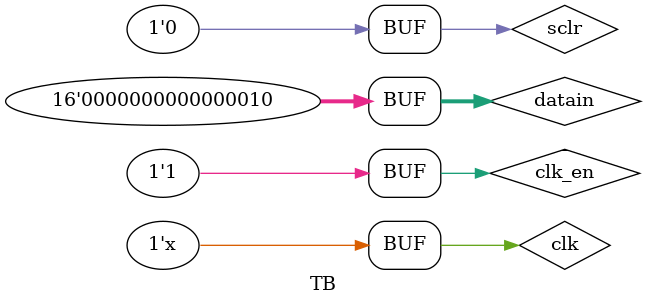
<source format=v>
module reg16(
	input clk,sclr,clk_en,
	input [15:0] datain,
	output reg [15:0] reg_out);
always@(posedge clk) begin
	if(clk_en) begin
		if(!sclr)
			reg_out <= 0;
		else
			reg_out <= datain;
	end
end
endmodule
module TB();
reg clk ,sclr,clk_en;
reg [15:0] datain;
wire [15:0] reg_out;
reg16 r(clk,sclr,clk_en,datain,reg_out);
always
	#5 clk=~clk;
initial
	$monitor("sclr=%b clk_en=%b datain=%d reg_out=%d",sclr,clk_en,datain,reg_out);
initial begin
clk = 0; clk_en=0; sclr=1; datain=2;
#10
clk_en=1;
#10
sclr=0;


#80;
end
endmodule 
</source>
